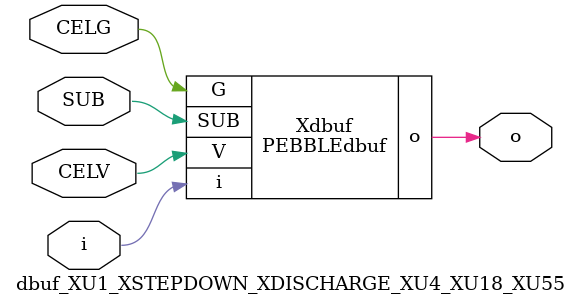
<source format=v>



module PEBBLEdbuf ( o, G, SUB, V, i );

  input V;
  input i;
  input G;
  output o;
  input SUB;
endmodule

//Celera Confidential Do Not Copy dbuf_XU1_XSTEPDOWN_XDISCHARGE_XU4_XU18_XU55
//Celera Confidential Symbol Generator
//Digital Buffer
module dbuf_XU1_XSTEPDOWN_XDISCHARGE_XU4_XU18_XU55 (CELV,CELG,i,o,SUB);
input CELV;
input CELG;
input i;
input SUB;
output o;

//Celera Confidential Do Not Copy dbuf
PEBBLEdbuf Xdbuf(
.V (CELV),
.i (i),
.o (o),
.SUB (SUB),
.G (CELG)
);
//,diesize,PEBBLEdbuf

//Celera Confidential Do Not Copy Module End
//Celera Schematic Generator
endmodule

</source>
